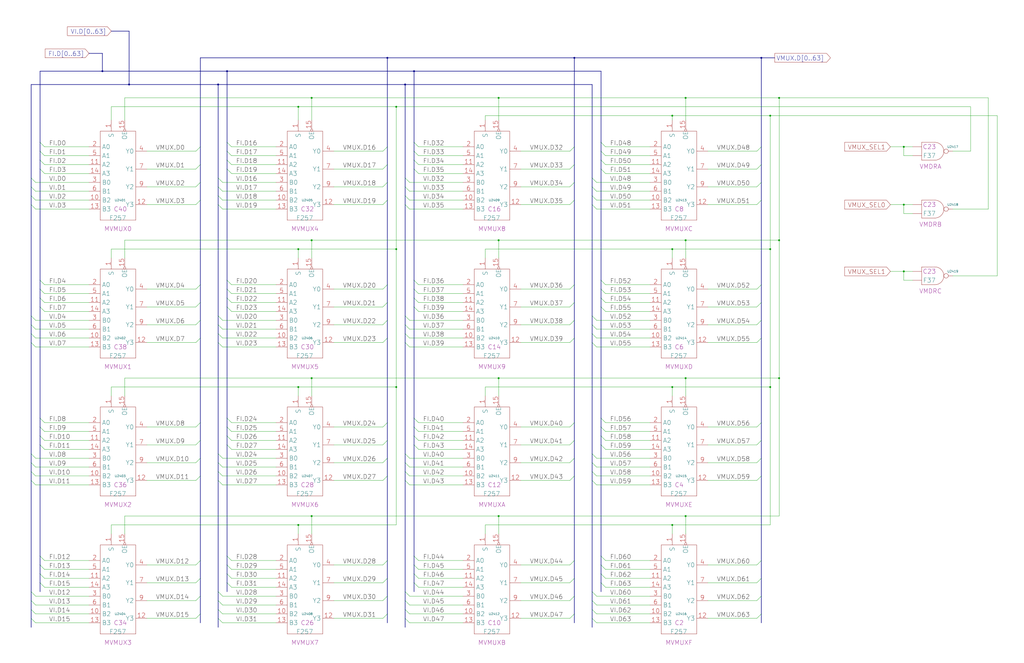
<source format=kicad_sch>
(kicad_sch (version 20250114) (generator "eeschema") (generator_version "9.0")
  (paper "User" 584.2 378.46)
  (title_block (title "MERGE_VMUX\\nFIU AND VAL PART") (date "20-MAR-90") (rev "1.0") (comment 1 "FIU") (comment 2 "232-003065") (comment 3 "S400") (comment 4 "RELEASED"))
  (junction (at 327.66 33.02))
  (junction (at 58.42 40.64))
  (junction (at 284.48 55.88))
  (junction (at 129.54 40.64))
  (junction (at 434.34 33.02))
  (junction (at 439.42 66.04))
  (junction (at 391.16 137.16))
  (junction (at 284.48 215.9))
  (junction (at 124.46 48.26))
  (junction (at 515.62 154.94))
  (junction (at 231.14 48.26))
  (junction (at 383.54 66.04))
  (junction (at 226.06 142.24))
  (junction (at 383.54 220.98))
  (junction (at 73.66 48.26))
  (junction (at 515.62 116.84))
  (junction (at 383.54 142.24))
  (junction (at 177.8 137.16))
  (junction (at 444.5 137.16))
  (junction (at 439.42 142.24))
  (junction (at 170.18 142.24))
  (junction (at 391.16 55.88))
  (junction (at 170.18 60.96))
  (junction (at 170.18 220.98))
  (junction (at 226.06 220.98))
  (junction (at 284.48 294.64))
  (junction (at 515.62 83.82))
  (junction (at 391.16 215.9))
  (junction (at 391.16 294.64))
  (junction (at 177.8 215.9))
  (junction (at 170.18 299.72))
  (junction (at 236.22 40.64))
  (junction (at 220.98 33.02))
  (junction (at 383.54 299.72))
  (junction (at 444.5 55.88))
  (junction (at 439.42 220.98))
  (junction (at 226.06 60.96))
  (junction (at 284.48 137.16))
  (junction (at 177.8 55.88))
  (junction (at 444.5 215.9))
  (junction (at 177.8 294.64))
  (bus_entry (at 114.3 330.2) (size -2.54 2.54))
  (bus_entry (at 124.46 106.68) (size 2.54 2.54))
  (bus_entry (at 220.98 193.04) (size -2.54 2.54))
  (bus_entry (at 22.86 238.76) (size 2.54 2.54))
  (bus_entry (at 114.3 104.14) (size -2.54 2.54))
  (bus_entry (at 124.46 259.08) (size 2.54 2.54))
  (bus_entry (at 434.34 330.2) (size -2.54 2.54))
  (bus_entry (at 327.66 83.82) (size -2.54 2.54))
  (bus_entry (at 236.22 243.84) (size 2.54 2.54))
  (bus_entry (at 236.22 317.5) (size 2.54 2.54))
  (bus_entry (at 17.78 337.82) (size 2.54 2.54))
  (bus_entry (at 114.3 251.46) (size -2.54 2.54))
  (bus_entry (at 337.82 111.76) (size 2.54 2.54))
  (bus_entry (at 129.54 332.74) (size 2.54 2.54))
  (bus_entry (at 434.34 93.98) (size -2.54 2.54))
  (bus_entry (at 337.82 190.5) (size 2.54 2.54))
  (bus_entry (at 17.78 180.34) (size 2.54 2.54))
  (bus_entry (at 231.14 342.9) (size 2.54 2.54))
  (bus_entry (at 342.9 165.1) (size 2.54 2.54))
  (bus_entry (at 231.14 101.6) (size 2.54 2.54))
  (bus_entry (at 236.22 332.74) (size 2.54 2.54))
  (bus_entry (at 434.34 350.52) (size -2.54 2.54))
  (bus_entry (at 124.46 111.76) (size 2.54 2.54))
  (bus_entry (at 236.22 248.92) (size 2.54 2.54))
  (bus_entry (at 342.9 175.26) (size 2.54 2.54))
  (bus_entry (at 337.82 274.32) (size 2.54 2.54))
  (bus_entry (at 22.86 96.52) (size 2.54 2.54))
  (bus_entry (at 220.98 271.78) (size -2.54 2.54))
  (bus_entry (at 434.34 241.3) (size -2.54 2.54))
  (bus_entry (at 17.78 353.06) (size 2.54 2.54))
  (bus_entry (at 129.54 165.1) (size 2.54 2.54))
  (bus_entry (at 17.78 195.58) (size 2.54 2.54))
  (bus_entry (at 17.78 274.32) (size 2.54 2.54))
  (bus_entry (at 17.78 101.6) (size 2.54 2.54))
  (bus_entry (at 22.86 248.92) (size 2.54 2.54))
  (bus_entry (at 17.78 185.42) (size 2.54 2.54))
  (bus_entry (at 114.3 182.88) (size -2.54 2.54))
  (bus_entry (at 327.66 114.3) (size -2.54 2.54))
  (bus_entry (at 220.98 162.56) (size -2.54 2.54))
  (bus_entry (at 114.3 340.36) (size -2.54 2.54))
  (bus_entry (at 434.34 104.14) (size -2.54 2.54))
  (bus_entry (at 327.66 340.36) (size -2.54 2.54))
  (bus_entry (at 220.98 340.36) (size -2.54 2.54))
  (bus_entry (at 220.98 83.82) (size -2.54 2.54))
  (bus_entry (at 434.34 193.04) (size -2.54 2.54))
  (bus_entry (at 22.86 91.44) (size 2.54 2.54))
  (bus_entry (at 342.9 160.02) (size 2.54 2.54))
  (bus_entry (at 220.98 261.62) (size -2.54 2.54))
  (bus_entry (at 327.66 330.2) (size -2.54 2.54))
  (bus_entry (at 220.98 172.72) (size -2.54 2.54))
  (bus_entry (at 22.86 317.5) (size 2.54 2.54))
  (bus_entry (at 220.98 93.98) (size -2.54 2.54))
  (bus_entry (at 231.14 264.16) (size 2.54 2.54))
  (bus_entry (at 231.14 190.5) (size 2.54 2.54))
  (bus_entry (at 114.3 271.78) (size -2.54 2.54))
  (bus_entry (at 22.86 160.02) (size 2.54 2.54))
  (bus_entry (at 129.54 327.66) (size 2.54 2.54))
  (bus_entry (at 342.9 238.76) (size 2.54 2.54))
  (bus_entry (at 337.82 101.6) (size 2.54 2.54))
  (bus_entry (at 220.98 114.3) (size -2.54 2.54))
  (bus_entry (at 129.54 175.26) (size 2.54 2.54))
  (bus_entry (at 337.82 185.42) (size 2.54 2.54))
  (bus_entry (at 236.22 160.02) (size 2.54 2.54))
  (bus_entry (at 22.86 327.66) (size 2.54 2.54))
  (bus_entry (at 220.98 330.2) (size -2.54 2.54))
  (bus_entry (at 129.54 91.44) (size 2.54 2.54))
  (bus_entry (at 327.66 320.04) (size -2.54 2.54))
  (bus_entry (at 342.9 327.66) (size 2.54 2.54))
  (bus_entry (at 129.54 170.18) (size 2.54 2.54))
  (bus_entry (at 327.66 261.62) (size -2.54 2.54))
  (bus_entry (at 337.82 264.16) (size 2.54 2.54))
  (bus_entry (at 327.66 350.52) (size -2.54 2.54))
  (bus_entry (at 124.46 269.24) (size 2.54 2.54))
  (bus_entry (at 129.54 238.76) (size 2.54 2.54))
  (bus_entry (at 327.66 104.14) (size -2.54 2.54))
  (bus_entry (at 236.22 327.66) (size 2.54 2.54))
  (bus_entry (at 124.46 101.6) (size 2.54 2.54))
  (bus_entry (at 124.46 180.34) (size 2.54 2.54))
  (bus_entry (at 114.3 193.04) (size -2.54 2.54))
  (bus_entry (at 22.86 243.84) (size 2.54 2.54))
  (bus_entry (at 17.78 264.16) (size 2.54 2.54))
  (bus_entry (at 236.22 91.44) (size 2.54 2.54))
  (bus_entry (at 434.34 182.88) (size -2.54 2.54))
  (bus_entry (at 337.82 269.24) (size 2.54 2.54))
  (bus_entry (at 342.9 91.44) (size 2.54 2.54))
  (bus_entry (at 231.14 185.42) (size 2.54 2.54))
  (bus_entry (at 220.98 182.88) (size -2.54 2.54))
  (bus_entry (at 434.34 261.62) (size -2.54 2.54))
  (bus_entry (at 236.22 86.36) (size 2.54 2.54))
  (bus_entry (at 337.82 259.08) (size 2.54 2.54))
  (bus_entry (at 129.54 160.02) (size 2.54 2.54))
  (bus_entry (at 114.3 93.98) (size -2.54 2.54))
  (bus_entry (at 327.66 172.72) (size -2.54 2.54))
  (bus_entry (at 22.86 175.26) (size 2.54 2.54))
  (bus_entry (at 124.46 195.58) (size 2.54 2.54))
  (bus_entry (at 434.34 172.72) (size -2.54 2.54))
  (bus_entry (at 236.22 96.52) (size 2.54 2.54))
  (bus_entry (at 231.14 180.34) (size 2.54 2.54))
  (bus_entry (at 327.66 241.3) (size -2.54 2.54))
  (bus_entry (at 434.34 251.46) (size -2.54 2.54))
  (bus_entry (at 337.82 180.34) (size 2.54 2.54))
  (bus_entry (at 129.54 248.92) (size 2.54 2.54))
  (bus_entry (at 231.14 116.84) (size 2.54 2.54))
  (bus_entry (at 17.78 259.08) (size 2.54 2.54))
  (bus_entry (at 124.46 116.84) (size 2.54 2.54))
  (bus_entry (at 114.3 241.3) (size -2.54 2.54))
  (bus_entry (at 327.66 251.46) (size -2.54 2.54))
  (bus_entry (at 434.34 162.56) (size -2.54 2.54))
  (bus_entry (at 342.9 170.18) (size 2.54 2.54))
  (bus_entry (at 231.14 195.58) (size 2.54 2.54))
  (bus_entry (at 327.66 182.88) (size -2.54 2.54))
  (bus_entry (at 17.78 116.84) (size 2.54 2.54))
  (bus_entry (at 342.9 254) (size 2.54 2.54))
  (bus_entry (at 337.82 106.68) (size 2.54 2.54))
  (bus_entry (at 22.86 86.36) (size 2.54 2.54))
  (bus_entry (at 220.98 241.3) (size -2.54 2.54))
  (bus_entry (at 236.22 165.1) (size 2.54 2.54))
  (bus_entry (at 22.86 170.18) (size 2.54 2.54))
  (bus_entry (at 124.46 342.9) (size 2.54 2.54))
  (bus_entry (at 337.82 342.9) (size 2.54 2.54))
  (bus_entry (at 17.78 106.68) (size 2.54 2.54))
  (bus_entry (at 129.54 317.5) (size 2.54 2.54))
  (bus_entry (at 124.46 353.06) (size 2.54 2.54))
  (bus_entry (at 236.22 175.26) (size 2.54 2.54))
  (bus_entry (at 22.86 254) (size 2.54 2.54))
  (bus_entry (at 231.14 353.06) (size 2.54 2.54))
  (bus_entry (at 129.54 243.84) (size 2.54 2.54))
  (bus_entry (at 231.14 274.32) (size 2.54 2.54))
  (bus_entry (at 17.78 342.9) (size 2.54 2.54))
  (bus_entry (at 114.3 172.72) (size -2.54 2.54))
  (bus_entry (at 337.82 116.84) (size 2.54 2.54))
  (bus_entry (at 434.34 114.3) (size -2.54 2.54))
  (bus_entry (at 327.66 271.78) (size -2.54 2.54))
  (bus_entry (at 236.22 81.28) (size 2.54 2.54))
  (bus_entry (at 236.22 322.58) (size 2.54 2.54))
  (bus_entry (at 124.46 337.82) (size 2.54 2.54))
  (bus_entry (at 236.22 254) (size 2.54 2.54))
  (bus_entry (at 231.14 106.68) (size 2.54 2.54))
  (bus_entry (at 337.82 337.82) (size 2.54 2.54))
  (bus_entry (at 129.54 254) (size 2.54 2.54))
  (bus_entry (at 129.54 322.58) (size 2.54 2.54))
  (bus_entry (at 124.46 185.42) (size 2.54 2.54))
  (bus_entry (at 342.9 332.74) (size 2.54 2.54))
  (bus_entry (at 337.82 353.06) (size 2.54 2.54))
  (bus_entry (at 220.98 350.52) (size -2.54 2.54))
  (bus_entry (at 231.14 269.24) (size 2.54 2.54))
  (bus_entry (at 124.46 347.98) (size 2.54 2.54))
  (bus_entry (at 114.3 83.82) (size -2.54 2.54))
  (bus_entry (at 231.14 337.82) (size 2.54 2.54))
  (bus_entry (at 22.86 81.28) (size 2.54 2.54))
  (bus_entry (at 114.3 261.62) (size -2.54 2.54))
  (bus_entry (at 434.34 340.36) (size -2.54 2.54))
  (bus_entry (at 124.46 264.16) (size 2.54 2.54))
  (bus_entry (at 220.98 251.46) (size -2.54 2.54))
  (bus_entry (at 220.98 104.14) (size -2.54 2.54))
  (bus_entry (at 17.78 190.5) (size 2.54 2.54))
  (bus_entry (at 337.82 347.98) (size 2.54 2.54))
  (bus_entry (at 337.82 195.58) (size 2.54 2.54))
  (bus_entry (at 22.86 332.74) (size 2.54 2.54))
  (bus_entry (at 22.86 322.58) (size 2.54 2.54))
  (bus_entry (at 434.34 271.78) (size -2.54 2.54))
  (bus_entry (at 17.78 269.24) (size 2.54 2.54))
  (bus_entry (at 342.9 243.84) (size 2.54 2.54))
  (bus_entry (at 434.34 320.04) (size -2.54 2.54))
  (bus_entry (at 342.9 96.52) (size 2.54 2.54))
  (bus_entry (at 129.54 81.28) (size 2.54 2.54))
  (bus_entry (at 342.9 322.58) (size 2.54 2.54))
  (bus_entry (at 342.9 86.36) (size 2.54 2.54))
  (bus_entry (at 231.14 111.76) (size 2.54 2.54))
  (bus_entry (at 327.66 162.56) (size -2.54 2.54))
  (bus_entry (at 129.54 86.36) (size 2.54 2.54))
  (bus_entry (at 236.22 170.18) (size 2.54 2.54))
  (bus_entry (at 327.66 193.04) (size -2.54 2.54))
  (bus_entry (at 231.14 259.08) (size 2.54 2.54))
  (bus_entry (at 17.78 111.76) (size 2.54 2.54))
  (bus_entry (at 342.9 317.5) (size 2.54 2.54))
  (bus_entry (at 17.78 347.98) (size 2.54 2.54))
  (bus_entry (at 124.46 274.32) (size 2.54 2.54))
  (bus_entry (at 236.22 238.76) (size 2.54 2.54))
  (bus_entry (at 342.9 81.28) (size 2.54 2.54))
  (bus_entry (at 124.46 190.5) (size 2.54 2.54))
  (bus_entry (at 220.98 320.04) (size -2.54 2.54))
  (bus_entry (at 327.66 93.98) (size -2.54 2.54))
  (bus_entry (at 114.3 320.04) (size -2.54 2.54))
  (bus_entry (at 114.3 114.3) (size -2.54 2.54))
  (bus_entry (at 231.14 347.98) (size 2.54 2.54))
  (bus_entry (at 434.34 83.82) (size -2.54 2.54))
  (bus_entry (at 114.3 162.56) (size -2.54 2.54))
  (bus_entry (at 22.86 165.1) (size 2.54 2.54))
  (bus_entry (at 342.9 248.92) (size 2.54 2.54))
  (bus_entry (at 129.54 96.52) (size 2.54 2.54))
  (bus_entry (at 114.3 350.52) (size -2.54 2.54))
  (bus (pts (xy 236.22 332.74) (xy 236.22 337.82)))
  (bus (pts (xy 17.78 106.68) (xy 17.78 111.76)))
  (bus (pts (xy 22.86 327.66) (xy 22.86 332.74)))
  (wire (pts (xy 238.76 88.9) (xy 264.16 88.9)))
  (bus (pts (xy 22.86 40.64) (xy 22.86 81.28)))
  (wire (pts (xy 238.76 167.64) (xy 264.16 167.64)))
  (bus (pts (xy 327.66 33.02) (xy 434.34 33.02)))
  (bus (pts (xy 327.66 261.62) (xy 327.66 271.78)))
  (bus (pts (xy 114.3 33.02) (xy 220.98 33.02)))
  (wire (pts (xy 345.44 177.8) (xy 370.84 177.8)))
  (bus (pts (xy 342.9 238.76) (xy 342.9 243.84)))
  (bus (pts (xy 22.86 165.1) (xy 22.86 170.18)))
  (wire (pts (xy 284.48 215.9) (xy 391.16 215.9)))
  (bus (pts (xy 124.46 116.84) (xy 124.46 180.34)))
  (wire (pts (xy 226.06 220.98) (xy 226.06 299.72)))
  (wire (pts (xy 83.82 185.42) (xy 111.76 185.42)))
  (wire (pts (xy 403.86 264.16) (xy 431.8 264.16)))
  (wire (pts (xy 233.68 198.12) (xy 264.16 198.12)))
  (wire (pts (xy 297.18 116.84) (xy 325.12 116.84)))
  (bus (pts (xy 58.42 30.48) (xy 58.42 40.64)))
  (bus (pts (xy 129.54 40.64) (xy 236.22 40.64)))
  (bus (pts (xy 337.82 264.16) (xy 337.82 269.24)))
  (bus (pts (xy 114.3 93.98) (xy 114.3 104.14)))
  (wire (pts (xy 391.16 294.64) (xy 391.16 304.8)))
  (bus (pts (xy 220.98 340.36) (xy 220.98 350.52)))
  (wire (pts (xy 20.32 104.14) (xy 50.8 104.14)))
  (bus (pts (xy 17.78 195.58) (xy 17.78 259.08)))
  (bus (pts (xy 114.3 162.56) (xy 114.3 172.72)))
  (bus (pts (xy 129.54 160.02) (xy 129.54 165.1)))
  (bus (pts (xy 220.98 83.82) (xy 220.98 93.98)))
  (wire (pts (xy 444.5 294.64) (xy 391.16 294.64)))
  (bus (pts (xy 114.3 182.88) (xy 114.3 193.04)))
  (wire (pts (xy 25.4 335.28) (xy 50.8 335.28)))
  (bus (pts (xy 124.46 195.58) (xy 124.46 259.08)))
  (wire (pts (xy 383.54 66.04) (xy 439.42 66.04)))
  (wire (pts (xy 276.86 66.04) (xy 383.54 66.04)))
  (bus (pts (xy 114.3 320.04) (xy 114.3 330.2)))
  (bus (pts (xy 17.78 48.26) (xy 73.66 48.26)))
  (wire (pts (xy 233.68 104.14) (xy 264.16 104.14)))
  (wire (pts (xy 515.62 116.84) (xy 520.7 116.84)))
  (wire (pts (xy 83.82 332.74) (xy 111.76 332.74)))
  (bus (pts (xy 236.22 96.52) (xy 236.22 160.02)))
  (bus (pts (xy 22.86 81.28) (xy 22.86 86.36)))
  (bus (pts (xy 327.66 340.36) (xy 327.66 350.52)))
  (wire (pts (xy 71.12 55.88) (xy 71.12 68.58)))
  (bus (pts (xy 337.82 116.84) (xy 337.82 180.34)))
  (bus (pts (xy 342.9 96.52) (xy 342.9 160.02)))
  (wire (pts (xy 297.18 322.58) (xy 325.12 322.58)))
  (bus (pts (xy 236.22 254) (xy 236.22 317.5)))
  (bus (pts (xy 434.34 33.02) (xy 441.96 33.02)))
  (wire (pts (xy 297.18 342.9) (xy 325.12 342.9)))
  (wire (pts (xy 403.86 96.52) (xy 431.8 96.52)))
  (bus (pts (xy 114.3 271.78) (xy 114.3 320.04)))
  (bus (pts (xy 17.78 180.34) (xy 17.78 185.42)))
  (bus (pts (xy 231.14 264.16) (xy 231.14 269.24)))
  (bus (pts (xy 434.34 241.3) (xy 434.34 251.46)))
  (wire (pts (xy 340.36 182.88) (xy 370.84 182.88)))
  (wire (pts (xy 190.5 243.84) (xy 218.44 243.84)))
  (bus (pts (xy 22.86 175.26) (xy 22.86 238.76)))
  (bus (pts (xy 22.86 86.36) (xy 22.86 91.44)))
  (bus (pts (xy 114.3 340.36) (xy 114.3 350.52)))
  (wire (pts (xy 439.42 142.24) (xy 439.42 220.98)))
  (wire (pts (xy 403.86 86.36) (xy 431.8 86.36)))
  (wire (pts (xy 284.48 294.64) (xy 284.48 304.8)))
  (bus (pts (xy 124.46 353.06) (xy 124.46 358.14)))
  (bus (pts (xy 220.98 162.56) (xy 220.98 172.72)))
  (wire (pts (xy 20.32 182.88) (xy 50.8 182.88)))
  (bus (pts (xy 236.22 243.84) (xy 236.22 248.92)))
  (bus (pts (xy 434.34 350.52) (xy 434.34 355.6)))
  (wire (pts (xy 391.16 137.16) (xy 391.16 147.32)))
  (wire (pts (xy 226.06 299.72) (xy 170.18 299.72)))
  (wire (pts (xy 520.7 160.02) (xy 515.62 160.02)))
  (bus (pts (xy 342.9 254) (xy 342.9 317.5)))
  (wire (pts (xy 170.18 60.96) (xy 226.06 60.96)))
  (wire (pts (xy 403.86 243.84) (xy 431.8 243.84)))
  (bus (pts (xy 114.3 172.72) (xy 114.3 182.88)))
  (bus (pts (xy 124.46 111.76) (xy 124.46 116.84)))
  (wire (pts (xy 190.5 116.84) (xy 218.44 116.84)))
  (wire (pts (xy 233.68 109.22) (xy 264.16 109.22)))
  (wire (pts (xy 25.4 251.46) (xy 50.8 251.46)))
  (bus (pts (xy 220.98 241.3) (xy 220.98 251.46)))
  (bus (pts (xy 220.98 33.02) (xy 327.66 33.02)))
  (bus (pts (xy 231.14 347.98) (xy 231.14 353.06)))
  (wire (pts (xy 127 350.52) (xy 157.48 350.52)))
  (bus (pts (xy 236.22 170.18) (xy 236.22 175.26)))
  (bus (pts (xy 124.46 337.82) (xy 124.46 342.9)))
  (bus (pts (xy 114.3 83.82) (xy 114.3 93.98)))
  (wire (pts (xy 83.82 96.52) (xy 111.76 96.52)))
  (wire (pts (xy 127 271.78) (xy 157.48 271.78)))
  (wire (pts (xy 383.54 299.72) (xy 276.86 299.72)))
  (bus (pts (xy 337.82 353.06) (xy 337.82 358.14)))
  (wire (pts (xy 340.36 345.44) (xy 370.84 345.44)))
  (wire (pts (xy 132.08 330.2) (xy 157.48 330.2)))
  (bus (pts (xy 124.46 101.6) (xy 124.46 106.68)))
  (bus (pts (xy 220.98 172.72) (xy 220.98 182.88)))
  (bus (pts (xy 114.3 114.3) (xy 114.3 162.56)))
  (wire (pts (xy 403.86 185.42) (xy 431.8 185.42)))
  (wire (pts (xy 297.18 86.36) (xy 325.12 86.36)))
  (bus (pts (xy 124.46 48.26) (xy 231.14 48.26)))
  (bus (pts (xy 17.78 190.5) (xy 17.78 195.58)))
  (bus (pts (xy 236.22 327.66) (xy 236.22 332.74)))
  (bus (pts (xy 337.82 48.26) (xy 337.82 101.6)))
  (wire (pts (xy 444.5 55.88) (xy 563.88 55.88)))
  (wire (pts (xy 25.4 93.98) (xy 50.8 93.98)))
  (wire (pts (xy 83.82 106.68) (xy 111.76 106.68)))
  (wire (pts (xy 297.18 175.26) (xy 325.12 175.26)))
  (bus (pts (xy 327.66 172.72) (xy 327.66 182.88)))
  (wire (pts (xy 284.48 55.88) (xy 284.48 68.58)))
  (wire (pts (xy 190.5 195.58) (xy 218.44 195.58)))
  (bus (pts (xy 220.98 261.62) (xy 220.98 271.78)))
  (wire (pts (xy 177.8 215.9) (xy 177.8 226.06)))
  (wire (pts (xy 83.82 342.9) (xy 111.76 342.9)))
  (bus (pts (xy 129.54 332.74) (xy 129.54 337.82)))
  (bus (pts (xy 236.22 81.28) (xy 236.22 86.36)))
  (bus (pts (xy 327.66 114.3) (xy 327.66 162.56)))
  (wire (pts (xy 340.36 193.04) (xy 370.84 193.04)))
  (bus (pts (xy 434.34 182.88) (xy 434.34 193.04)))
  (wire (pts (xy 190.5 86.36) (xy 218.44 86.36)))
  (bus (pts (xy 124.46 269.24) (xy 124.46 274.32)))
  (wire (pts (xy 132.08 256.54) (xy 157.48 256.54)))
  (bus (pts (xy 434.34 261.62) (xy 434.34 271.78)))
  (wire (pts (xy 238.76 93.98) (xy 264.16 93.98)))
  (bus (pts (xy 231.14 180.34) (xy 231.14 185.42)))
  (wire (pts (xy 238.76 241.3) (xy 264.16 241.3)))
  (wire (pts (xy 520.7 121.92) (xy 515.62 121.92)))
  (bus (pts (xy 342.9 86.36) (xy 342.9 91.44)))
  (bus (pts (xy 231.14 353.06) (xy 231.14 358.14)))
  (wire (pts (xy 132.08 167.64) (xy 157.48 167.64)))
  (wire (pts (xy 403.86 195.58) (xy 431.8 195.58)))
  (wire (pts (xy 553.72 60.96) (xy 553.72 86.36)))
  (wire (pts (xy 520.7 88.9) (xy 515.62 88.9)))
  (wire (pts (xy 190.5 353.06) (xy 218.44 353.06)))
  (wire (pts (xy 403.86 353.06) (xy 431.8 353.06)))
  (wire (pts (xy 226.06 142.24) (xy 226.06 220.98)))
  (wire (pts (xy 345.44 167.64) (xy 370.84 167.64)))
  (bus (pts (xy 129.54 96.52) (xy 129.54 160.02)))
  (wire (pts (xy 340.36 340.36) (xy 370.84 340.36)))
  (wire (pts (xy 340.36 355.6) (xy 370.84 355.6)))
  (wire (pts (xy 340.36 261.62) (xy 370.84 261.62)))
  (wire (pts (xy 297.18 96.52) (xy 325.12 96.52)))
  (bus (pts (xy 231.14 195.58) (xy 231.14 259.08)))
  (bus (pts (xy 327.66 330.2) (xy 327.66 340.36)))
  (wire (pts (xy 233.68 355.6) (xy 264.16 355.6)))
  (bus (pts (xy 342.9 322.58) (xy 342.9 327.66)))
  (wire (pts (xy 20.32 198.12) (xy 50.8 198.12)))
  (wire (pts (xy 276.86 142.24) (xy 383.54 142.24)))
  (bus (pts (xy 114.3 350.52) (xy 114.3 355.6)))
  (wire (pts (xy 515.62 160.02) (xy 515.62 154.94)))
  (wire (pts (xy 190.5 274.32) (xy 218.44 274.32)))
  (wire (pts (xy 276.86 299.72) (xy 276.86 304.8)))
  (wire (pts (xy 83.82 264.16) (xy 111.76 264.16)))
  (wire (pts (xy 132.08 320.04) (xy 157.48 320.04)))
  (wire (pts (xy 132.08 246.38) (xy 157.48 246.38)))
  (wire (pts (xy 345.44 172.72) (xy 370.84 172.72)))
  (bus (pts (xy 236.22 238.76) (xy 236.22 243.84)))
  (bus (pts (xy 434.34 251.46) (xy 434.34 261.62)))
  (wire (pts (xy 132.08 99.06) (xy 157.48 99.06)))
  (wire (pts (xy 127 198.12) (xy 157.48 198.12)))
  (wire (pts (xy 190.5 175.26) (xy 218.44 175.26)))
  (bus (pts (xy 114.3 104.14) (xy 114.3 114.3)))
  (wire (pts (xy 233.68 271.78) (xy 264.16 271.78)))
  (bus (pts (xy 342.9 81.28) (xy 342.9 86.36)))
  (wire (pts (xy 83.82 195.58) (xy 111.76 195.58)))
  (bus (pts (xy 22.86 160.02) (xy 22.86 165.1)))
  (bus (pts (xy 434.34 162.56) (xy 434.34 172.72)))
  (wire (pts (xy 238.76 83.82) (xy 264.16 83.82)))
  (bus (pts (xy 337.82 337.82) (xy 337.82 342.9)))
  (bus (pts (xy 337.82 101.6) (xy 337.82 106.68)))
  (bus (pts (xy 124.46 180.34) (xy 124.46 185.42)))
  (bus (pts (xy 220.98 271.78) (xy 220.98 320.04)))
  (bus (pts (xy 231.14 185.42) (xy 231.14 190.5)))
  (bus (pts (xy 22.86 248.92) (xy 22.86 254)))
  (wire (pts (xy 71.12 137.16) (xy 177.8 137.16)))
  (bus (pts (xy 220.98 33.02) (xy 220.98 83.82)))
  (wire (pts (xy 439.42 220.98) (xy 439.42 299.72)))
  (wire (pts (xy 127 261.62) (xy 157.48 261.62)))
  (bus (pts (xy 22.86 238.76) (xy 22.86 243.84)))
  (wire (pts (xy 71.12 215.9) (xy 71.12 226.06)))
  (bus (pts (xy 337.82 342.9) (xy 337.82 347.98)))
  (bus (pts (xy 17.78 347.98) (xy 17.78 353.06)))
  (wire (pts (xy 238.76 246.38) (xy 264.16 246.38)))
  (bus (pts (xy 22.86 254) (xy 22.86 317.5)))
  (wire (pts (xy 403.86 322.58) (xy 431.8 322.58)))
  (wire (pts (xy 345.44 246.38) (xy 370.84 246.38)))
  (bus (pts (xy 22.86 96.52) (xy 22.86 160.02)))
  (bus (pts (xy 337.82 259.08) (xy 337.82 264.16)))
  (wire (pts (xy 25.4 88.9) (xy 50.8 88.9)))
  (wire (pts (xy 71.12 215.9) (xy 177.8 215.9)))
  (wire (pts (xy 127 276.86) (xy 157.48 276.86)))
  (wire (pts (xy 233.68 114.3) (xy 264.16 114.3)))
  (wire (pts (xy 340.36 109.22) (xy 370.84 109.22)))
  (bus (pts (xy 17.78 264.16) (xy 17.78 269.24)))
  (wire (pts (xy 177.8 215.9) (xy 284.48 215.9)))
  (wire (pts (xy 190.5 254) (xy 218.44 254)))
  (wire (pts (xy 508 83.82) (xy 515.62 83.82)))
  (bus (pts (xy 327.66 182.88) (xy 327.66 193.04)))
  (wire (pts (xy 383.54 299.72) (xy 383.54 304.8)))
  (bus (pts (xy 124.46 185.42) (xy 124.46 190.5)))
  (bus (pts (xy 236.22 86.36) (xy 236.22 91.44)))
  (wire (pts (xy 132.08 335.28) (xy 157.48 335.28)))
  (wire (pts (xy 83.82 175.26) (xy 111.76 175.26)))
  (wire (pts (xy 383.54 220.98) (xy 439.42 220.98)))
  (wire (pts (xy 563.88 119.38) (xy 543.56 119.38)))
  (wire (pts (xy 132.08 177.8) (xy 157.48 177.8)))
  (wire (pts (xy 563.88 55.88) (xy 563.88 119.38)))
  (wire (pts (xy 391.16 137.16) (xy 444.5 137.16)))
  (wire (pts (xy 238.76 251.46) (xy 264.16 251.46)))
  (bus (pts (xy 124.46 274.32) (xy 124.46 337.82)))
  (wire (pts (xy 340.36 104.14) (xy 370.84 104.14)))
  (wire (pts (xy 345.44 251.46) (xy 370.84 251.46)))
  (wire (pts (xy 391.16 215.9) (xy 391.16 226.06)))
  (wire (pts (xy 127 119.38) (xy 157.48 119.38)))
  (wire (pts (xy 83.82 353.06) (xy 111.76 353.06)))
  (bus (pts (xy 129.54 238.76) (xy 129.54 243.84)))
  (wire (pts (xy 63.5 220.98) (xy 63.5 226.06)))
  (bus (pts (xy 17.78 353.06) (xy 17.78 358.14)))
  (wire (pts (xy 297.18 274.32) (xy 325.12 274.32)))
  (wire (pts (xy 63.5 60.96) (xy 63.5 68.58)))
  (wire (pts (xy 238.76 335.28) (xy 264.16 335.28)))
  (bus (pts (xy 220.98 320.04) (xy 220.98 330.2)))
  (wire (pts (xy 63.5 220.98) (xy 170.18 220.98)))
  (wire (pts (xy 508 116.84) (xy 515.62 116.84)))
  (bus (pts (xy 434.34 104.14) (xy 434.34 114.3)))
  (wire (pts (xy 83.82 165.1) (xy 111.76 165.1)))
  (bus (pts (xy 17.78 337.82) (xy 17.78 342.9)))
  (wire (pts (xy 20.32 109.22) (xy 50.8 109.22)))
  (bus (pts (xy 22.86 322.58) (xy 22.86 327.66)))
  (wire (pts (xy 170.18 220.98) (xy 226.06 220.98)))
  (wire (pts (xy 127 355.6) (xy 157.48 355.6)))
  (bus (pts (xy 327.66 193.04) (xy 327.66 241.3)))
  (bus (pts (xy 129.54 86.36) (xy 129.54 91.44)))
  (wire (pts (xy 132.08 83.82) (xy 157.48 83.82)))
  (bus (pts (xy 327.66 241.3) (xy 327.66 251.46)))
  (bus (pts (xy 231.14 101.6) (xy 231.14 106.68)))
  (wire (pts (xy 132.08 241.3) (xy 157.48 241.3)))
  (wire (pts (xy 25.4 256.54) (xy 50.8 256.54)))
  (bus (pts (xy 73.66 48.26) (xy 124.46 48.26)))
  (wire (pts (xy 127 266.7) (xy 157.48 266.7)))
  (wire (pts (xy 345.44 241.3) (xy 370.84 241.3)))
  (wire (pts (xy 83.82 322.58) (xy 111.76 322.58)))
  (wire (pts (xy 20.32 187.96) (xy 50.8 187.96)))
  (wire (pts (xy 190.5 165.1) (xy 218.44 165.1)))
  (wire (pts (xy 391.16 215.9) (xy 444.5 215.9)))
  (wire (pts (xy 20.32 350.52) (xy 50.8 350.52)))
  (bus (pts (xy 337.82 106.68) (xy 337.82 111.76)))
  (wire (pts (xy 132.08 325.12) (xy 157.48 325.12)))
  (wire (pts (xy 297.18 165.1) (xy 325.12 165.1)))
  (bus (pts (xy 236.22 165.1) (xy 236.22 170.18)))
  (wire (pts (xy 284.48 215.9) (xy 284.48 226.06)))
  (bus (pts (xy 342.9 243.84) (xy 342.9 248.92)))
  (bus (pts (xy 434.34 33.02) (xy 434.34 83.82)))
  (wire (pts (xy 340.36 198.12) (xy 370.84 198.12)))
  (wire (pts (xy 340.36 119.38) (xy 370.84 119.38)))
  (wire (pts (xy 515.62 83.82) (xy 520.7 83.82)))
  (bus (pts (xy 327.66 83.82) (xy 327.66 93.98)))
  (bus (pts (xy 17.78 274.32) (xy 17.78 337.82)))
  (bus (pts (xy 17.78 111.76) (xy 17.78 116.84)))
  (wire (pts (xy 177.8 55.88) (xy 177.8 68.58)))
  (wire (pts (xy 515.62 121.92) (xy 515.62 116.84)))
  (wire (pts (xy 238.76 325.12) (xy 264.16 325.12)))
  (bus (pts (xy 231.14 48.26) (xy 231.14 101.6)))
  (wire (pts (xy 20.32 266.7) (xy 50.8 266.7)))
  (bus (pts (xy 342.9 165.1) (xy 342.9 170.18)))
  (wire (pts (xy 276.86 142.24) (xy 276.86 147.32)))
  (wire (pts (xy 233.68 350.52) (xy 264.16 350.52)))
  (wire (pts (xy 345.44 335.28) (xy 370.84 335.28)))
  (wire (pts (xy 190.5 332.74) (xy 218.44 332.74)))
  (wire (pts (xy 132.08 88.9) (xy 157.48 88.9)))
  (bus (pts (xy 22.86 170.18) (xy 22.86 175.26)))
  (wire (pts (xy 340.36 350.52) (xy 370.84 350.52)))
  (wire (pts (xy 515.62 154.94) (xy 520.7 154.94)))
  (wire (pts (xy 444.5 55.88) (xy 444.5 137.16)))
  (bus (pts (xy 22.86 332.74) (xy 22.86 337.82)))
  (wire (pts (xy 403.86 116.84) (xy 431.8 116.84)))
  (wire (pts (xy 391.16 55.88) (xy 391.16 68.58)))
  (bus (pts (xy 114.3 330.2) (xy 114.3 340.36)))
  (bus (pts (xy 129.54 327.66) (xy 129.54 332.74)))
  (wire (pts (xy 20.32 276.86) (xy 50.8 276.86)))
  (wire (pts (xy 340.36 271.78) (xy 370.84 271.78)))
  (wire (pts (xy 25.4 246.38) (xy 50.8 246.38)))
  (wire (pts (xy 297.18 106.68) (xy 325.12 106.68)))
  (wire (pts (xy 238.76 330.2) (xy 264.16 330.2)))
  (bus (pts (xy 236.22 91.44) (xy 236.22 96.52)))
  (bus (pts (xy 17.78 185.42) (xy 17.78 190.5)))
  (bus (pts (xy 114.3 193.04) (xy 114.3 241.3)))
  (wire (pts (xy 132.08 172.72) (xy 157.48 172.72)))
  (wire (pts (xy 190.5 106.68) (xy 218.44 106.68)))
  (bus (pts (xy 124.46 190.5) (xy 124.46 195.58)))
  (wire (pts (xy 233.68 119.38) (xy 264.16 119.38)))
  (wire (pts (xy 439.42 299.72) (xy 383.54 299.72)))
  (wire (pts (xy 297.18 353.06) (xy 325.12 353.06)))
  (bus (pts (xy 231.14 274.32) (xy 231.14 337.82)))
  (wire (pts (xy 383.54 220.98) (xy 383.54 226.06)))
  (wire (pts (xy 190.5 185.42) (xy 218.44 185.42)))
  (bus (pts (xy 17.78 342.9) (xy 17.78 347.98)))
  (bus (pts (xy 342.9 160.02) (xy 342.9 165.1)))
  (bus (pts (xy 327.66 350.52) (xy 327.66 355.6)))
  (wire (pts (xy 345.44 320.04) (xy 370.84 320.04)))
  (bus (pts (xy 236.22 322.58) (xy 236.22 327.66)))
  (wire (pts (xy 340.36 187.96) (xy 370.84 187.96)))
  (wire (pts (xy 403.86 106.68) (xy 431.8 106.68)))
  (bus (pts (xy 231.14 106.68) (xy 231.14 111.76)))
  (bus (pts (xy 22.86 40.64) (xy 58.42 40.64)))
  (wire (pts (xy 20.32 355.6) (xy 50.8 355.6)))
  (bus (pts (xy 220.98 182.88) (xy 220.98 193.04)))
  (wire (pts (xy 25.4 320.04) (xy 50.8 320.04)))
  (bus (pts (xy 114.3 241.3) (xy 114.3 251.46)))
  (wire (pts (xy 177.8 137.16) (xy 284.48 137.16)))
  (wire (pts (xy 238.76 256.54) (xy 264.16 256.54)))
  (bus (pts (xy 231.14 342.9) (xy 231.14 347.98)))
  (wire (pts (xy 297.18 195.58) (xy 325.12 195.58)))
  (bus (pts (xy 220.98 114.3) (xy 220.98 162.56)))
  (wire (pts (xy 83.82 274.32) (xy 111.76 274.32)))
  (wire (pts (xy 63.5 142.24) (xy 170.18 142.24)))
  (bus (pts (xy 434.34 172.72) (xy 434.34 182.88)))
  (wire (pts (xy 127 345.44) (xy 157.48 345.44)))
  (bus (pts (xy 129.54 254) (xy 129.54 317.5)))
  (wire (pts (xy 177.8 55.88) (xy 284.48 55.88)))
  (wire (pts (xy 340.36 276.86) (xy 370.84 276.86)))
  (bus (pts (xy 434.34 271.78) (xy 434.34 320.04)))
  (bus (pts (xy 129.54 317.5) (xy 129.54 322.58)))
  (bus (pts (xy 129.54 248.92) (xy 129.54 254)))
  (wire (pts (xy 553.72 86.36) (xy 543.56 86.36)))
  (wire (pts (xy 170.18 142.24) (xy 226.06 142.24)))
  (wire (pts (xy 284.48 55.88) (xy 391.16 55.88)))
  (wire (pts (xy 345.44 325.12) (xy 370.84 325.12)))
  (bus (pts (xy 124.46 48.26) (xy 124.46 101.6)))
  (wire (pts (xy 297.18 254) (xy 325.12 254)))
  (bus (pts (xy 231.14 111.76) (xy 231.14 116.84)))
  (bus (pts (xy 342.9 175.26) (xy 342.9 238.76)))
  (wire (pts (xy 284.48 294.64) (xy 177.8 294.64)))
  (bus (pts (xy 129.54 40.64) (xy 129.54 81.28)))
  (bus (pts (xy 236.22 40.64) (xy 236.22 81.28)))
  (bus (pts (xy 220.98 93.98) (xy 220.98 104.14)))
  (wire (pts (xy 233.68 345.44) (xy 264.16 345.44)))
  (wire (pts (xy 83.82 86.36) (xy 111.76 86.36)))
  (wire (pts (xy 25.4 241.3) (xy 50.8 241.3)))
  (wire (pts (xy 190.5 264.16) (xy 218.44 264.16)))
  (wire (pts (xy 284.48 137.16) (xy 391.16 137.16)))
  (wire (pts (xy 63.5 142.24) (xy 63.5 147.32)))
  (bus (pts (xy 124.46 342.9) (xy 124.46 347.98)))
  (wire (pts (xy 20.32 271.78) (xy 50.8 271.78)))
  (bus (pts (xy 337.82 195.58) (xy 337.82 259.08)))
  (wire (pts (xy 71.12 137.16) (xy 71.12 147.32)))
  (wire (pts (xy 297.18 264.16) (xy 325.12 264.16)))
  (bus (pts (xy 220.98 104.14) (xy 220.98 114.3)))
  (wire (pts (xy 403.86 254) (xy 431.8 254)))
  (bus (pts (xy 73.66 17.78) (xy 73.66 48.26)))
  (wire (pts (xy 226.06 60.96) (xy 553.72 60.96)))
  (wire (pts (xy 25.4 325.12) (xy 50.8 325.12)))
  (bus (pts (xy 434.34 320.04) (xy 434.34 330.2)))
  (wire (pts (xy 233.68 276.86) (xy 264.16 276.86)))
  (wire (pts (xy 20.32 345.44) (xy 50.8 345.44)))
  (bus (pts (xy 17.78 48.26) (xy 17.78 101.6)))
  (wire (pts (xy 284.48 137.16) (xy 284.48 147.32)))
  (wire (pts (xy 391.16 55.88) (xy 444.5 55.88)))
  (wire (pts (xy 383.54 142.24) (xy 439.42 142.24)))
  (wire (pts (xy 233.68 261.62) (xy 264.16 261.62)))
  (wire (pts (xy 515.62 88.9) (xy 515.62 83.82)))
  (bus (pts (xy 129.54 165.1) (xy 129.54 170.18)))
  (wire (pts (xy 83.82 116.84) (xy 111.76 116.84)))
  (bus (pts (xy 124.46 259.08) (xy 124.46 264.16)))
  (bus (pts (xy 337.82 269.24) (xy 337.82 274.32)))
  (bus (pts (xy 124.46 264.16) (xy 124.46 269.24)))
  (wire (pts (xy 190.5 342.9) (xy 218.44 342.9)))
  (wire (pts (xy 568.96 157.48) (xy 543.56 157.48)))
  (wire (pts (xy 444.5 215.9) (xy 444.5 294.64)))
  (wire (pts (xy 238.76 172.72) (xy 264.16 172.72)))
  (wire (pts (xy 233.68 266.7) (xy 264.16 266.7)))
  (wire (pts (xy 444.5 137.16) (xy 444.5 215.9)))
  (bus (pts (xy 17.78 269.24) (xy 17.78 274.32)))
  (bus (pts (xy 236.22 40.64) (xy 342.9 40.64)))
  (bus (pts (xy 337.82 274.32) (xy 337.82 337.82)))
  (bus (pts (xy 220.98 193.04) (xy 220.98 241.3)))
  (wire (pts (xy 345.44 330.2) (xy 370.84 330.2)))
  (bus (pts (xy 236.22 160.02) (xy 236.22 165.1)))
  (bus (pts (xy 434.34 193.04) (xy 434.34 241.3)))
  (wire (pts (xy 20.32 261.62) (xy 50.8 261.62)))
  (wire (pts (xy 127 193.04) (xy 157.48 193.04)))
  (bus (pts (xy 17.78 259.08) (xy 17.78 264.16)))
  (bus (pts (xy 114.3 251.46) (xy 114.3 261.62)))
  (bus (pts (xy 22.86 91.44) (xy 22.86 96.52)))
  (wire (pts (xy 345.44 99.06) (xy 370.84 99.06)))
  (wire (pts (xy 25.4 162.56) (xy 50.8 162.56)))
  (bus (pts (xy 327.66 33.02) (xy 327.66 83.82)))
  (bus (pts (xy 434.34 83.82) (xy 434.34 93.98)))
  (wire (pts (xy 439.42 66.04) (xy 439.42 142.24)))
  (wire (pts (xy 340.36 114.3) (xy 370.84 114.3)))
  (wire (pts (xy 83.82 243.84) (xy 111.76 243.84)))
  (bus (pts (xy 124.46 347.98) (xy 124.46 353.06)))
  (bus (pts (xy 231.14 116.84) (xy 231.14 180.34)))
  (bus (pts (xy 129.54 322.58) (xy 129.54 327.66)))
  (bus (pts (xy 124.46 106.68) (xy 124.46 111.76)))
  (wire (pts (xy 383.54 66.04) (xy 383.54 68.58)))
  (bus (pts (xy 231.14 48.26) (xy 337.82 48.26)))
  (bus (pts (xy 220.98 330.2) (xy 220.98 340.36)))
  (wire (pts (xy 25.4 83.82) (xy 50.8 83.82)))
  (wire (pts (xy 20.32 114.3) (xy 50.8 114.3)))
  (wire (pts (xy 25.4 167.64) (xy 50.8 167.64)))
  (wire (pts (xy 20.32 340.36) (xy 50.8 340.36)))
  (bus (pts (xy 236.22 175.26) (xy 236.22 238.76)))
  (wire (pts (xy 127 109.22) (xy 157.48 109.22)))
  (bus (pts (xy 220.98 251.46) (xy 220.98 261.62)))
  (wire (pts (xy 403.86 175.26) (xy 431.8 175.26)))
  (bus (pts (xy 327.66 162.56) (xy 327.66 172.72)))
  (wire (pts (xy 71.12 294.64) (xy 71.12 304.8)))
  (bus (pts (xy 342.9 40.64) (xy 342.9 81.28)))
  (wire (pts (xy 391.16 294.64) (xy 284.48 294.64)))
  (bus (pts (xy 337.82 180.34) (xy 337.82 185.42)))
  (bus (pts (xy 342.9 327.66) (xy 342.9 332.74)))
  (wire (pts (xy 238.76 320.04) (xy 264.16 320.04)))
  (wire (pts (xy 63.5 299.72) (xy 63.5 304.8)))
  (wire (pts (xy 170.18 299.72) (xy 63.5 299.72)))
  (wire (pts (xy 127 187.96) (xy 157.48 187.96)))
  (wire (pts (xy 233.68 340.36) (xy 264.16 340.36)))
  (wire (pts (xy 345.44 88.9) (xy 370.84 88.9)))
  (wire (pts (xy 276.86 66.04) (xy 276.86 68.58)))
  (bus (pts (xy 327.66 251.46) (xy 327.66 261.62)))
  (wire (pts (xy 403.86 332.74) (xy 431.8 332.74)))
  (wire (pts (xy 297.18 332.74) (xy 325.12 332.74)))
  (bus (pts (xy 231.14 190.5) (xy 231.14 195.58)))
  (bus (pts (xy 434.34 114.3) (xy 434.34 162.56)))
  (bus (pts (xy 231.14 269.24) (xy 231.14 274.32)))
  (wire (pts (xy 508 154.94) (xy 515.62 154.94)))
  (wire (pts (xy 170.18 220.98) (xy 170.18 226.06)))
  (bus (pts (xy 129.54 175.26) (xy 129.54 238.76)))
  (bus (pts (xy 337.82 190.5) (xy 337.82 195.58)))
  (wire (pts (xy 403.86 165.1) (xy 431.8 165.1)))
  (wire (pts (xy 345.44 93.98) (xy 370.84 93.98)))
  (wire (pts (xy 25.4 172.72) (xy 50.8 172.72)))
  (bus (pts (xy 236.22 317.5) (xy 236.22 322.58)))
  (bus (pts (xy 129.54 243.84) (xy 129.54 248.92)))
  (wire (pts (xy 345.44 256.54) (xy 370.84 256.54)))
  (wire (pts (xy 170.18 299.72) (xy 170.18 304.8)))
  (wire (pts (xy 177.8 137.16) (xy 177.8 147.32)))
  (wire (pts (xy 132.08 251.46) (xy 157.48 251.46)))
  (wire (pts (xy 127 104.14) (xy 157.48 104.14)))
  (bus (pts (xy 342.9 332.74) (xy 342.9 337.82)))
  (wire (pts (xy 132.08 162.56) (xy 157.48 162.56)))
  (wire (pts (xy 568.96 66.04) (xy 568.96 157.48)))
  (bus (pts (xy 63.5 17.78) (xy 73.66 17.78)))
  (bus (pts (xy 337.82 111.76) (xy 337.82 116.84)))
  (bus (pts (xy 22.86 243.84) (xy 22.86 248.92)))
  (wire (pts (xy 132.08 93.98) (xy 157.48 93.98)))
  (wire (pts (xy 127 182.88) (xy 157.48 182.88)))
  (bus (pts (xy 129.54 91.44) (xy 129.54 96.52)))
  (bus (pts (xy 342.9 317.5) (xy 342.9 322.58)))
  (wire (pts (xy 233.68 182.88) (xy 264.16 182.88)))
  (bus (pts (xy 129.54 170.18) (xy 129.54 175.26)))
  (bus (pts (xy 114.3 33.02) (xy 114.3 83.82)))
  (bus (pts (xy 114.3 261.62) (xy 114.3 271.78)))
  (bus (pts (xy 434.34 330.2) (xy 434.34 340.36)))
  (wire (pts (xy 170.18 60.96) (xy 170.18 68.58)))
  (wire (pts (xy 63.5 60.96) (xy 170.18 60.96)))
  (bus (pts (xy 434.34 93.98) (xy 434.34 104.14)))
  (bus (pts (xy 231.14 259.08) (xy 231.14 264.16)))
  (bus (pts (xy 231.14 337.82) (xy 231.14 342.9)))
  (wire (pts (xy 439.42 66.04) (xy 568.96 66.04)))
  (bus (pts (xy 337.82 347.98) (xy 337.82 353.06)))
  (bus (pts (xy 342.9 91.44) (xy 342.9 96.52)))
  (bus (pts (xy 22.86 317.5) (xy 22.86 322.58)))
  (bus (pts (xy 434.34 340.36) (xy 434.34 350.52)))
  (wire (pts (xy 345.44 162.56) (xy 370.84 162.56)))
  (bus (pts (xy 58.42 40.64) (xy 129.54 40.64)))
  (wire (pts (xy 403.86 342.9) (xy 431.8 342.9)))
  (bus (pts (xy 220.98 350.52) (xy 220.98 355.6)))
  (wire (pts (xy 238.76 177.8) (xy 264.16 177.8)))
  (wire (pts (xy 238.76 99.06) (xy 264.16 99.06)))
  (bus (pts (xy 327.66 104.14) (xy 327.66 114.3)))
  (wire (pts (xy 127 114.3) (xy 157.48 114.3)))
  (wire (pts (xy 276.86 220.98) (xy 276.86 226.06)))
  (bus (pts (xy 342.9 170.18) (xy 342.9 175.26)))
  (wire (pts (xy 190.5 322.58) (xy 218.44 322.58)))
  (wire (pts (xy 25.4 330.2) (xy 50.8 330.2)))
  (wire (pts (xy 340.36 266.7) (xy 370.84 266.7)))
  (bus (pts (xy 327.66 93.98) (xy 327.66 104.14)))
  (wire (pts (xy 233.68 193.04) (xy 264.16 193.04)))
  (bus (pts (xy 337.82 185.42) (xy 337.82 190.5)))
  (wire (pts (xy 190.5 96.52) (xy 218.44 96.52)))
  (wire (pts (xy 170.18 142.24) (xy 170.18 147.32)))
  (wire (pts (xy 25.4 177.8) (xy 50.8 177.8)))
  (wire (pts (xy 238.76 162.56) (xy 264.16 162.56)))
  (wire (pts (xy 83.82 254) (xy 111.76 254)))
  (wire (pts (xy 383.54 142.24) (xy 383.54 147.32)))
  (wire (pts (xy 71.12 55.88) (xy 177.8 55.88)))
  (bus (pts (xy 236.22 248.92) (xy 236.22 254)))
  (wire (pts (xy 20.32 193.04) (xy 50.8 193.04)))
  (bus (pts (xy 327.66 320.04) (xy 327.66 330.2)))
  (wire (pts (xy 127 340.36) (xy 157.48 340.36)))
  (bus (pts (xy 50.8 30.48) (xy 58.42 30.48)))
  (wire (pts (xy 276.86 220.98) (xy 383.54 220.98)))
  (bus (pts (xy 327.66 271.78) (xy 327.66 320.04)))
  (wire (pts (xy 345.44 83.82) (xy 370.84 83.82)))
  (wire (pts (xy 20.32 119.38) (xy 50.8 119.38)))
  (bus (pts (xy 342.9 248.92) (xy 342.9 254)))
  (wire (pts (xy 403.86 274.32) (xy 431.8 274.32)))
  (wire (pts (xy 177.8 294.64) (xy 71.12 294.64)))
  (wire (pts (xy 25.4 99.06) (xy 50.8 99.06)))
  (wire (pts (xy 177.8 294.64) (xy 177.8 304.8)))
  (wire (pts (xy 297.18 185.42) (xy 325.12 185.42)))
  (wire (pts (xy 226.06 60.96) (xy 226.06 142.24)))
  (bus (pts (xy 129.54 81.28) (xy 129.54 86.36)))
  (bus (pts (xy 17.78 101.6) (xy 17.78 106.68)))
  (wire (pts (xy 233.68 187.96) (xy 264.16 187.96)))
  (bus (pts (xy 17.78 116.84) (xy 17.78 180.34)))
  (wire (pts (xy 297.18 243.84) (xy 325.12 243.84)))
  (label "FI.D44" (at 241.3 320.04 0) (effects (font (size 2.54 2.54))))
  (label "VI.D33" (at 241.3 109.22 0) (effects (font (size 2.54 2.54))))
  (label "VI.D49" (at 347.98 109.22 0) (effects (font (size 2.54 2.54))))
  (label "VI.D5" (at 27.94 187.96 0) (effects (font (size 2.54 2.54))))
  (label "VMUX.D0" (at 88.9 86.36 0) (effects (font (size 2.54 2.54))))
  (label "FI.D3" (at 27.94 99.06 0) (effects (font (size 2.54 2.54))))
  (label "FI.D4" (at 27.94 162.56 0) (effects (font (size 2.54 2.54))))
  (label "FI.D59" (at 347.98 256.54 0) (effects (font (size 2.54 2.54))))
  (label "VI.D15" (at 27.94 355.6 0) (effects (font (size 2.54 2.54))))
  (label "FI.D37" (at 241.3 167.64 0) (effects (font (size 2.54 2.54))))
  (label "VMUX.D49" (at 408.94 96.52 0) (effects (font (size 2.54 2.54))))
  (label "VI.D4" (at 27.94 182.88 0) (effects (font (size 2.54 2.54))))
  (label "VMUX.D5" (at 88.9 175.26 0) (effects (font (size 2.54 2.54))))
  (label "VI.D27" (at 134.62 276.86 0) (effects (font (size 2.54 2.54))))
  (label "VI.D60" (at 347.98 340.36 0) (effects (font (size 2.54 2.54))))
  (label "VI.D20" (at 134.62 182.88 0) (effects (font (size 2.54 2.54))))
  (label "VI.D16" (at 134.62 104.14 0) (effects (font (size 2.54 2.54))))
  (label "VMUX.D59" (at 408.94 274.32 0) (effects (font (size 2.54 2.54))))
  (label "VI.D63" (at 347.98 355.6 0) (effects (font (size 2.54 2.54))))
  (label "VMUX.D30" (at 195.58 342.9 0) (effects (font (size 2.54 2.54))))
  (label "FI.D18" (at 134.62 93.98 0) (effects (font (size 2.54 2.54))))
  (label "VI.D13" (at 27.94 345.44 0) (effects (font (size 2.54 2.54))))
  (label "FI.D51" (at 347.98 99.06 0) (effects (font (size 2.54 2.54))))
  (label "FI.D28" (at 134.62 320.04 0) (effects (font (size 2.54 2.54))))
  (label "VMUX.D3" (at 88.9 116.84 0) (effects (font (size 2.54 2.54))))
  (label "FI.D32" (at 241.3 83.82 0) (effects (font (size 2.54 2.54))))
  (label "VI.D23" (at 134.62 198.12 0) (effects (font (size 2.54 2.54))))
  (label "VI.D47" (at 241.3 355.6 0) (effects (font (size 2.54 2.54))))
  (label "VMUX.D21" (at 195.58 175.26 0) (effects (font (size 2.54 2.54))))
  (label "FI.D15" (at 27.94 335.28 0) (effects (font (size 2.54 2.54))))
  (label "VI.D2" (at 27.94 114.3 0) (effects (font (size 2.54 2.54))))
  (label "VMUX.D56" (at 408.94 243.84 0) (effects (font (size 2.54 2.54))))
  (label "FI.D49" (at 347.98 88.9 0) (effects (font (size 2.54 2.54))))
  (label "VMUX.D46" (at 302.26 342.9 0) (effects (font (size 2.54 2.54))))
  (label "VMUX.D44" (at 302.26 322.58 0) (effects (font (size 2.54 2.54))))
  (label "VMUX.D19" (at 195.58 116.84 0) (effects (font (size 2.54 2.54))))
  (label "VMUX.D36" (at 302.26 165.1 0) (effects (font (size 2.54 2.54))))
  (label "VI.D3" (at 27.94 119.38 0) (effects (font (size 2.54 2.54))))
  (label "VI.D24" (at 134.62 261.62 0) (effects (font (size 2.54 2.54))))
  (label "VI.D35" (at 241.3 119.38 0) (effects (font (size 2.54 2.54))))
  (label "VI.D10" (at 27.94 271.78 0) (effects (font (size 2.54 2.54))))
  (label "FI.D35" (at 241.3 99.06 0) (effects (font (size 2.54 2.54))))
  (label "FI.D2" (at 27.94 93.98 0) (effects (font (size 2.54 2.54))))
  (label "FI.D33" (at 241.3 88.9 0) (effects (font (size 2.54 2.54))))
  (label "FI.D53" (at 347.98 167.64 0) (effects (font (size 2.54 2.54))))
  (label "VMUX.D23" (at 195.58 195.58 0) (effects (font (size 2.54 2.54))))
  (label "FI.D9" (at 27.94 246.38 0) (effects (font (size 2.54 2.54))))
  (label "VI.D1" (at 27.94 109.22 0) (effects (font (size 2.54 2.54))))
  (label "VMUX.D53" (at 408.94 175.26 0) (effects (font (size 2.54 2.54))))
  (label "VI.D61" (at 347.98 345.44 0) (effects (font (size 2.54 2.54))))
  (label "VMUX.D24" (at 195.58 243.84 0) (effects (font (size 2.54 2.54))))
  (label "FI.D24" (at 134.62 241.3 0) (effects (font (size 2.54 2.54))))
  (label "VMUX.D11" (at 88.9 274.32 0) (effects (font (size 2.54 2.54))))
  (label "VMUX.D29" (at 195.58 332.74 0) (effects (font (size 2.54 2.54))))
  (label "VI.D18" (at 134.62 114.3 0) (effects (font (size 2.54 2.54))))
  (label "VI.D54" (at 347.98 193.04 0) (effects (font (size 2.54 2.54))))
  (label "VI.D42" (at 241.3 271.78 0) (effects (font (size 2.54 2.54))))
  (label "VI.D9" (at 27.94 266.7 0) (effects (font (size 2.54 2.54))))
  (label "VMUX.D41" (at 302.26 254 0) (effects (font (size 2.54 2.54))))
  (label "VMUX.D58" (at 408.94 264.16 0) (effects (font (size 2.54 2.54))))
  (label "VI.D34" (at 241.3 114.3 0) (effects (font (size 2.54 2.54))))
  (label "VMUX.D10" (at 88.9 264.16 0) (effects (font (size 2.54 2.54))))
  (label "FI.D45" (at 241.3 325.12 0) (effects (font (size 2.54 2.54))))
  (label "VMUX.D7" (at 88.9 195.58 0) (effects (font (size 2.54 2.54))))
  (label "VMUX.D40" (at 302.26 243.84 0) (effects (font (size 2.54 2.54))))
  (label "VI.D19" (at 134.62 119.38 0) (effects (font (size 2.54 2.54))))
  (label "VMUX.D8" (at 88.9 243.84 0) (effects (font (size 2.54 2.54))))
  (label "VMUX.D17" (at 195.58 96.52 0) (effects (font (size 2.54 2.54))))
  (label "FI.D42" (at 241.3 251.46 0) (effects (font (size 2.54 2.54))))
  (label "FI.D25" (at 134.62 246.38 0) (effects (font (size 2.54 2.54))))
  (label "FI.D10" (at 27.94 251.46 0) (effects (font (size 2.54 2.54))))
  (label "VMUX.D1" (at 88.9 96.52 0) (effects (font (size 2.54 2.54))))
  (label "VMUX.D6" (at 88.9 185.42 0) (effects (font (size 2.54 2.54))))
  (label "VI.D59" (at 347.98 276.86 0) (effects (font (size 2.54 2.54))))
  (label "VMUX.D48" (at 408.94 86.36 0) (effects (font (size 2.54 2.54))))
  (label "VI.D51" (at 347.98 119.38 0) (effects (font (size 2.54 2.54))))
  (label "VI.D55" (at 347.98 198.12 0) (effects (font (size 2.54 2.54))))
  (label "FI.D61" (at 347.98 325.12 0) (effects (font (size 2.54 2.54))))
  (label "VMUX.D43" (at 302.26 274.32 0) (effects (font (size 2.54 2.54))))
  (label "VI.D40" (at 241.3 261.62 0) (effects (font (size 2.54 2.54))))
  (label "FI.D20" (at 134.62 162.56 0) (effects (font (size 2.54 2.54))))
  (label "VMUX.D54" (at 408.94 185.42 0) (effects (font (size 2.54 2.54))))
  (label "VMUX.D50" (at 408.94 106.68 0) (effects (font (size 2.54 2.54))))
  (label "VMUX.D14" (at 88.9 342.9 0) (effects (font (size 2.54 2.54))))
  (label "FI.D0" (at 27.94 83.82 0) (effects (font (size 2.54 2.54))))
  (label "FI.D52" (at 347.98 162.56 0) (effects (font (size 2.54 2.54))))
  (label "VMUX.D15" (at 88.9 353.06 0) (effects (font (size 2.54 2.54))))
  (label "FI.D55" (at 347.98 177.8 0) (effects (font (size 2.54 2.54))))
  (label "FI.D36" (at 241.3 162.56 0) (effects (font (size 2.54 2.54))))
  (label "VMUX.D61" (at 408.94 332.74 0) (effects (font (size 2.54 2.54))))
  (label "VI.D44" (at 241.3 340.36 0) (effects (font (size 2.54 2.54))))
  (label "VI.D50" (at 347.98 114.3 0) (effects (font (size 2.54 2.54))))
  (label "VMUX.D47" (at 302.26 353.06 0) (effects (font (size 2.54 2.54))))
  (label "VI.D31" (at 134.62 355.6 0) (effects (font (size 2.54 2.54))))
  (label "FI.D19" (at 134.62 99.06 0) (effects (font (size 2.54 2.54))))
  (label "FI.D26" (at 134.62 251.46 0) (effects (font (size 2.54 2.54))))
  (label "VMUX.D38" (at 302.26 185.42 0) (effects (font (size 2.54 2.54))))
  (label "FI.D48" (at 347.98 83.82 0) (effects (font (size 2.54 2.54))))
  (label "VI.D26" (at 134.62 271.78 0) (effects (font (size 2.54 2.54))))
  (label "FI.D21" (at 134.62 167.64 0) (effects (font (size 2.54 2.54))))
  (label "VMUX.D20" (at 195.58 165.1 0) (effects (font (size 2.54 2.54))))
  (label "FI.D50" (at 347.98 93.98 0) (effects (font (size 2.54 2.54))))
  (label "VI.D36" (at 241.3 182.88 0) (effects (font (size 2.54 2.54))))
  (label "FI.D11" (at 27.94 256.54 0) (effects (font (size 2.54 2.54))))
  (label "VMUX.D60" (at 408.94 322.58 0) (effects (font (size 2.54 2.54))))
  (label "FI.D47" (at 241.3 335.28 0) (effects (font (size 2.54 2.54))))
  (label "VMUX.D63" (at 408.94 353.06 0) (effects (font (size 2.54 2.54))))
  (label "VI.D58" (at 347.98 271.78 0) (effects (font (size 2.54 2.54))))
  (label "VI.D0" (at 27.94 104.14 0) (effects (font (size 2.54 2.54))))
  (label "VI.D56" (at 347.98 261.62 0) (effects (font (size 2.54 2.54))))
  (label "FI.D22" (at 134.62 172.72 0) (effects (font (size 2.54 2.54))))
  (label "VMUX.D55" (at 408.94 195.58 0) (effects (font (size 2.54 2.54))))
  (label "VI.D52" (at 347.98 182.88 0) (effects (font (size 2.54 2.54))))
  (label "FI.D58" (at 347.98 251.46 0) (effects (font (size 2.54 2.54))))
  (label "FI.D14" (at 27.94 330.2 0) (effects (font (size 2.54 2.54))))
  (label "FI.D13" (at 27.94 325.12 0) (effects (font (size 2.54 2.54))))
  (label "VI.D48" (at 347.98 104.14 0) (effects (font (size 2.54 2.54))))
  (label "VMUX.D16" (at 195.58 86.36 0) (effects (font (size 2.54 2.54))))
  (label "VMUX.D9" (at 88.9 254 0) (effects (font (size 2.54 2.54))))
  (label "VMUX.D26" (at 195.58 264.16 0) (effects (font (size 2.54 2.54))))
  (label "VI.D25" (at 134.62 266.7 0) (effects (font (size 2.54 2.54))))
  (label "VMUX.D62" (at 408.94 342.9 0) (effects (font (size 2.54 2.54))))
  (label "VI.D22" (at 134.62 193.04 0) (effects (font (size 2.54 2.54))))
  (label "VI.D17" (at 134.62 109.22 0) (effects (font (size 2.54 2.54))))
  (label "FI.D54" (at 347.98 172.72 0) (effects (font (size 2.54 2.54))))
  (label "VMUX.D4" (at 88.9 165.1 0) (effects (font (size 2.54 2.54))))
  (label "VI.D28" (at 134.62 340.36 0) (effects (font (size 2.54 2.54))))
  (label "FI.D57" (at 347.98 246.38 0) (effects (font (size 2.54 2.54))))
  (label "FI.D34" (at 241.3 93.98 0) (effects (font (size 2.54 2.54))))
  (label "VI.D30" (at 134.62 350.52 0) (effects (font (size 2.54 2.54))))
  (label "VI.D14" (at 27.94 350.52 0) (effects (font (size 2.54 2.54))))
  (label "VI.D32" (at 241.3 104.14 0) (effects (font (size 2.54 2.54))))
  (label "VI.D45" (at 241.3 345.44 0) (effects (font (size 2.54 2.54))))
  (label "VI.D11" (at 27.94 276.86 0) (effects (font (size 2.54 2.54))))
  (label "VI.D43" (at 241.3 276.86 0) (effects (font (size 2.54 2.54))))
  (label "FI.D12" (at 27.94 320.04 0) (effects (font (size 2.54 2.54))))
  (label "FI.D6" (at 27.94 172.72 0) (effects (font (size 2.54 2.54))))
  (label "FI.D16" (at 134.62 83.82 0) (effects (font (size 2.54 2.54))))
  (label "VMUX.D42" (at 302.26 264.16 0) (effects (font (size 2.54 2.54))))
  (label "FI.D17" (at 134.62 88.9 0) (effects (font (size 2.54 2.54))))
  (label "FI.D29" (at 134.62 325.12 0) (effects (font (size 2.54 2.54))))
  (label "VI.D7" (at 27.94 198.12 0) (effects (font (size 2.54 2.54))))
  (label "FI.D38" (at 241.3 172.72 0) (effects (font (size 2.54 2.54))))
  (label "VI.D57" (at 347.98 266.7 0) (effects (font (size 2.54 2.54))))
  (label "VMUX.D57" (at 408.94 254 0) (effects (font (size 2.54 2.54))))
  (label "VI.D21" (at 134.62 187.96 0) (effects (font (size 2.54 2.54))))
  (label "VMUX.D37" (at 302.26 175.26 0) (effects (font (size 2.54 2.54))))
  (label "VMUX.D2" (at 88.9 106.68 0) (effects (font (size 2.54 2.54))))
  (label "FI.D30" (at 134.62 330.2 0) (effects (font (size 2.54 2.54))))
  (label "VMUX.D18" (at 195.58 106.68 0) (effects (font (size 2.54 2.54))))
  (label "VMUX.D12" (at 88.9 322.58 0) (effects (font (size 2.54 2.54))))
  (label "FI.D7" (at 27.94 177.8 0) (effects (font (size 2.54 2.54))))
  (label "VMUX.D28" (at 195.58 322.58 0) (effects (font (size 2.54 2.54))))
  (label "VMUX.D33" (at 302.26 96.52 0) (effects (font (size 2.54 2.54))))
  (label "VMUX.D13" (at 88.9 332.74 0) (effects (font (size 2.54 2.54))))
  (label "FI.D5" (at 27.94 167.64 0) (effects (font (size 2.54 2.54))))
  (label "VMUX.D25" (at 195.58 254 0) (effects (font (size 2.54 2.54))))
  (label "VI.D46" (at 241.3 350.52 0) (effects (font (size 2.54 2.54))))
  (label "VMUX.D27" (at 195.58 274.32 0) (effects (font (size 2.54 2.54))))
  (label "VI.D41" (at 241.3 266.7 0) (effects (font (size 2.54 2.54))))
  (label "FI.D27" (at 134.62 256.54 0) (effects (font (size 2.54 2.54))))
  (label "VMUX.D39" (at 302.26 195.58 0) (effects (font (size 2.54 2.54))))
  (label "VI.D29" (at 134.62 345.44 0) (effects (font (size 2.54 2.54))))
  (label "FI.D46" (at 241.3 330.2 0) (effects (font (size 2.54 2.54))))
  (label "FI.D1" (at 27.94 88.9 0) (effects (font (size 2.54 2.54))))
  (label "VMUX.D52" (at 408.94 165.1 0) (effects (font (size 2.54 2.54))))
  (label "VI.D8" (at 27.94 261.62 0) (effects (font (size 2.54 2.54))))
  (label "FI.D41" (at 241.3 246.38 0) (effects (font (size 2.54 2.54))))
  (label "VI.D62" (at 347.98 350.52 0) (effects (font (size 2.54 2.54))))
  (label "VMUX.D32" (at 302.26 86.36 0) (effects (font (size 2.54 2.54))))
  (label "VI.D6" (at 27.94 193.04 0) (effects (font (size 2.54 2.54))))
  (label "FI.D40" (at 241.3 241.3 0) (effects (font (size 2.54 2.54))))
  (label "VI.D39" (at 241.3 198.12 0) (effects (font (size 2.54 2.54))))
  (label "FI.D56" (at 347.98 241.3 0) (effects (font (size 2.54 2.54))))
  (label "VMUX.D35" (at 302.26 116.84 0) (effects (font (size 2.54 2.54))))
  (label "FI.D60" (at 347.98 320.04 0) (effects (font (size 2.54 2.54))))
  (label "FI.D23" (at 134.62 177.8 0) (effects (font (size 2.54 2.54))))
  (label "VMUX.D31" (at 195.58 353.06 0) (effects (font (size 2.54 2.54))))
  (label "FI.D8" (at 27.94 241.3 0) (effects (font (size 2.54 2.54))))
  (label "VMUX.D51" (at 408.94 116.84 0) (effects (font (size 2.54 2.54))))
  (label "VI.D53" (at 347.98 187.96 0) (effects (font (size 2.54 2.54))))
  (label "VI.D37" (at 241.3 187.96 0) (effects (font (size 2.54 2.54))))
  (label "VI.D12" (at 27.94 340.36 0) (effects (font (size 2.54 2.54))))
  (label "FI.D43" (at 241.3 256.54 0) (effects (font (size 2.54 2.54))))
  (label "FI.D31" (at 134.62 335.28 0) (effects (font (size 2.54 2.54))))
  (label "VMUX.D34" (at 302.26 106.68 0) (effects (font (size 2.54 2.54))))
  (label "FI.D63" (at 347.98 335.28 0) (effects (font (size 2.54 2.54))))
  (label "VI.D38" (at 241.3 193.04 0) (effects (font (size 2.54 2.54))))
  (label "VMUX.D45" (at 302.26 332.74 0) (effects (font (size 2.54 2.54))))
  (label "VMUX.D22" (at 195.58 185.42 0) (effects (font (size 2.54 2.54))))
  (label "FI.D39" (at 241.3 177.8 0) (effects (font (size 2.54 2.54))))
  (label "FI.D62" (at 347.98 330.2 0) (effects (font (size 2.54 2.54))))
  (global_label "VMUX_SEL0" (shape input) (at 508 116.84 180) (effects (font (size 2.54 2.54))) (property "Intersheetrefs" "${INTERSHEET_REFS}" (at 481.8864 116.6813 0) (effects (font (size 1.905 1.905)) (justify right))))
  (global_label "FI.D[0..63]" (shape input) (at 50.8 30.48 180) (effects (font (size 2.54 2.54))) (property "Intersheetrefs" "${INTERSHEET_REFS}" (at 25.775 30.3213 0) (effects (font (size 1.905 1.905)) (justify right))))
  (global_label "VI.D[0..63]" (shape input) (at 63.5 17.78 180) (effects (font (size 2.54 2.54))) (property "Intersheetrefs" "${INTERSHEET_REFS}" (at 38.475 17.6213 0) (effects (font (size 1.905 1.905)) (justify right))))
  (global_label "VMUX_SEL1" (shape input) (at 508 83.82 180) (effects (font (size 2.54 2.54))) (property "Intersheetrefs" "${INTERSHEET_REFS}" (at 481.8864 83.6613 0) (effects (font (size 1.905 1.905)) (justify right))))
  (global_label "VMUX_SEL1" (shape input) (at 508 154.94 180) (effects (font (size 2.54 2.54))) (property "Intersheetrefs" "${INTERSHEET_REFS}" (at 481.8864 154.7813 0) (effects (font (size 1.905 1.905)) (justify right))))
  (global_label "VMUX.D[0..63]" (shape output) (at 441.96 33.02 0) (effects (font (size 2.54 2.54))) (property "Intersheetrefs" "${INTERSHEET_REFS}" (at 473.7584 32.8613 0) (effects (font (size 1.905 1.905)) (justify left))))
  (symbol (lib_id "r1000:F257") (at 386.08 119.38 0) (unit 1)
    (property "Reference" "U2413" (at 388.62 114.3 0))
    (property "Value" "F257" (at 382.27 124.46 0) (effects (font (size 2.54 2.54)) (justify left)))
    (property "Location" "C8" (at 384.81 119.38 0) (effects (font (size 2.54 2.54)) (justify left)))
    (property "Name" "MVMUXC" (at 387.35 132.08 0) (effects (font (size 2.54 2.54)) (justify bottom)))
  )
  (symbol (lib_id "r1000:F257") (at 279.4 198.12 0) (unit 1)
    (property "Reference" "U2410" (at 281.94 193.04 0))
    (property "Value" "F257" (at 275.59 203.2 0) (effects (font (size 2.54 2.54)) (justify left)))
    (property "Location" "C14" (at 278.13 198.12 0) (effects (font (size 2.54 2.54)) (justify left)))
    (property "Name" "MVMUX9" (at 280.67 210.82 0) (effects (font (size 2.54 2.54)) (justify bottom)))
  )
  (symbol (lib_id "r1000:F257") (at 386.08 355.6 0) (unit 1)
    (property "Reference" "U2416" (at 388.62 350.52 0))
    (property "Value" "F257" (at 382.27 360.68 0) (effects (font (size 2.54 2.54)) (justify left)))
    (property "Location" "C2" (at 384.81 355.6 0) (effects (font (size 2.54 2.54)) (justify left)))
    (property "Name" "MVMUXF" (at 387.35 368.3 0) (effects (font (size 2.54 2.54)) (justify bottom)))
  )
  (symbol (lib_id "r1000:F257") (at 66.04 198.12 0) (unit 1)
    (property "Reference" "U2402" (at 68.58 193.04 0))
    (property "Value" "F257" (at 62.23 203.2 0) (effects (font (size 2.54 2.54)) (justify left)))
    (property "Location" "C38" (at 64.77 198.12 0) (effects (font (size 2.54 2.54)) (justify left)))
    (property "Name" "MVMUX1" (at 67.31 210.82 0) (effects (font (size 2.54 2.54)) (justify bottom)))
  )
  (symbol (lib_id "r1000:F257") (at 279.4 355.6 0) (unit 1)
    (property "Reference" "U2412" (at 281.94 350.52 0))
    (property "Value" "F257" (at 275.59 360.68 0) (effects (font (size 2.54 2.54)) (justify left)))
    (property "Location" "C10" (at 278.13 355.6 0) (effects (font (size 2.54 2.54)) (justify left)))
    (property "Name" "MVMUXB" (at 280.67 368.3 0) (effects (font (size 2.54 2.54)) (justify bottom)))
  )
  (symbol (lib_id "r1000:F37") (at 528.32 83.82 0) (unit 1)
    (property "Reference" "U2417" (at 543.56 83.82 0))
    (property "Value" "F37" (at 530.225 88.9 0) (effects (font (size 2.54 2.54))))
    (property "Location" "C23" (at 530.225 83.82 0) (effects (font (size 2.54 2.54))))
    (property "Name" "VMDRA" (at 530.86 96.52 0) (effects (font (size 2.54 2.54)) (justify bottom)))
  )
  (symbol (lib_id "r1000:F37") (at 528.32 116.84 0) (unit 1)
    (property "Reference" "U2418" (at 543.56 116.84 0))
    (property "Value" "F37" (at 530.225 121.92 0) (effects (font (size 2.54 2.54))))
    (property "Location" "C23" (at 530.225 116.84 0) (effects (font (size 2.54 2.54))))
    (property "Name" "VMDRB" (at 530.86 129.54 0) (effects (font (size 2.54 2.54)) (justify bottom)))
  )
  (symbol (lib_id "r1000:F257") (at 172.72 276.86 0) (unit 1)
    (property "Reference" "U2407" (at 175.26 271.78 0))
    (property "Value" "F257" (at 168.91 281.94 0) (effects (font (size 2.54 2.54)) (justify left)))
    (property "Location" "C28" (at 171.45 276.86 0) (effects (font (size 2.54 2.54)) (justify left)))
    (property "Name" "MVMUX6" (at 173.99 289.56 0) (effects (font (size 2.54 2.54)) (justify bottom)))
  )
  (symbol (lib_id "r1000:F257") (at 386.08 276.86 0) (unit 1)
    (property "Reference" "U2415" (at 388.62 271.78 0))
    (property "Value" "F257" (at 382.27 281.94 0) (effects (font (size 2.54 2.54)) (justify left)))
    (property "Location" "C4" (at 384.81 276.86 0) (effects (font (size 2.54 2.54)) (justify left)))
    (property "Name" "MVMUXE" (at 387.35 289.56 0) (effects (font (size 2.54 2.54)) (justify bottom)))
  )
  (symbol (lib_id "r1000:F37") (at 528.32 154.94 0) (unit 1)
    (property "Reference" "U2419" (at 543.56 154.94 0))
    (property "Value" "F37" (at 530.225 160.02 0) (effects (font (size 2.54 2.54))))
    (property "Location" "C23" (at 530.225 154.94 0) (effects (font (size 2.54 2.54))))
    (property "Name" "VMDRC" (at 530.86 167.64 0) (effects (font (size 2.54 2.54)) (justify bottom)))
  )
  (symbol (lib_id "r1000:F257") (at 279.4 276.86 0) (unit 1)
    (property "Reference" "U2411" (at 281.94 271.78 0))
    (property "Value" "F257" (at 275.59 281.94 0) (effects (font (size 2.54 2.54)) (justify left)))
    (property "Location" "C12" (at 278.13 276.86 0) (effects (font (size 2.54 2.54)) (justify left)))
    (property "Name" "MVMUXA" (at 280.67 289.56 0) (effects (font (size 2.54 2.54)) (justify bottom)))
  )
  (symbol (lib_id "r1000:F257") (at 66.04 355.6 0) (unit 1)
    (property "Reference" "U2404" (at 68.58 350.52 0))
    (property "Value" "F257" (at 62.23 360.68 0) (effects (font (size 2.54 2.54)) (justify left)))
    (property "Location" "C34" (at 64.77 355.6 0) (effects (font (size 2.54 2.54)) (justify left)))
    (property "Name" "MVMUX3" (at 67.31 368.3 0) (effects (font (size 2.54 2.54)) (justify bottom)))
  )
  (symbol (lib_id "r1000:F257") (at 386.08 198.12 0) (unit 1)
    (property "Reference" "U2414" (at 388.62 193.04 0))
    (property "Value" "F257" (at 382.27 203.2 0) (effects (font (size 2.54 2.54)) (justify left)))
    (property "Location" "C6" (at 384.81 198.12 0) (effects (font (size 2.54 2.54)) (justify left)))
    (property "Name" "MVMUXD" (at 387.35 210.82 0) (effects (font (size 2.54 2.54)) (justify bottom)))
  )
  (symbol (lib_id "r1000:F257") (at 279.4 119.38 0) (unit 1)
    (property "Reference" "U2409" (at 281.94 114.3 0))
    (property "Value" "F257" (at 275.59 124.46 0) (effects (font (size 2.54 2.54)) (justify left)))
    (property "Location" "C16" (at 278.13 119.38 0) (effects (font (size 2.54 2.54)) (justify left)))
    (property "Name" "MVMUX8" (at 280.67 132.08 0) (effects (font (size 2.54 2.54)) (justify bottom)))
  )
  (symbol (lib_id "r1000:F257") (at 66.04 276.86 0) (unit 1)
    (property "Reference" "U2403" (at 68.58 271.78 0))
    (property "Value" "F257" (at 62.23 281.94 0) (effects (font (size 2.54 2.54)) (justify left)))
    (property "Location" "C36" (at 64.77 276.86 0) (effects (font (size 2.54 2.54)) (justify left)))
    (property "Name" "MVMUX2" (at 67.31 289.56 0) (effects (font (size 2.54 2.54)) (justify bottom)))
  )
  (symbol (lib_id "r1000:F257") (at 172.72 198.12 0) (unit 1)
    (property "Reference" "U2406" (at 175.26 193.04 0))
    (property "Value" "F257" (at 168.91 203.2 0) (effects (font (size 2.54 2.54)) (justify left)))
    (property "Location" "C30" (at 171.45 198.12 0) (effects (font (size 2.54 2.54)) (justify left)))
    (property "Name" "MVMUX5" (at 173.99 210.82 0) (effects (font (size 2.54 2.54)) (justify bottom)))
  )
  (symbol (lib_id "r1000:F257") (at 66.04 119.38 0) (unit 1)
    (property "Reference" "U2401" (at 68.58 114.3 0))
    (property "Value" "F257" (at 62.23 124.46 0) (effects (font (size 2.54 2.54)) (justify left)))
    (property "Location" "C40" (at 64.77 119.38 0) (effects (font (size 2.54 2.54)) (justify left)))
    (property "Name" "MVMUX0" (at 67.31 132.08 0) (effects (font (size 2.54 2.54)) (justify bottom)))
  )
  (symbol (lib_id "r1000:F257") (at 172.72 355.6 0) (unit 1)
    (property "Reference" "U2408" (at 175.26 350.52 0))
    (property "Value" "F257" (at 168.91 360.68 0) (effects (font (size 2.54 2.54)) (justify left)))
    (property "Location" "C26" (at 171.45 355.6 0) (effects (font (size 2.54 2.54)) (justify left)))
    (property "Name" "MVMUX7" (at 173.99 368.3 0) (effects (font (size 2.54 2.54)) (justify bottom)))
  )
  (symbol (lib_id "r1000:F257") (at 172.72 119.38 0) (unit 1)
    (property "Reference" "U2405" (at 175.26 114.3 0))
    (property "Value" "F257" (at 168.91 124.46 0) (effects (font (size 2.54 2.54)) (justify left)))
    (property "Location" "C32" (at 171.45 119.38 0) (effects (font (size 2.54 2.54)) (justify left)))
    (property "Name" "MVMUX4" (at 173.99 132.08 0) (effects (font (size 2.54 2.54)) (justify bottom)))
  )
)
</source>
